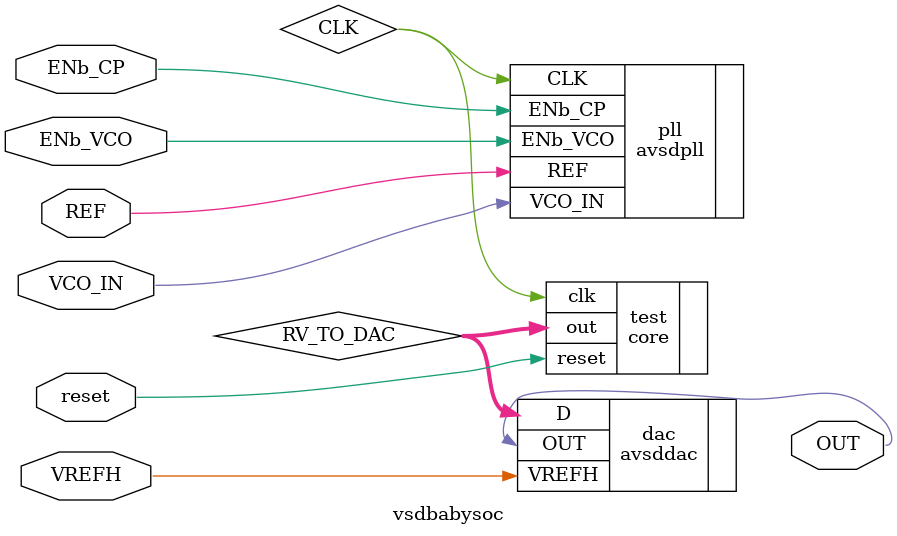
<source format=v>
module vsdbabysoc (
   output wire OUT,
   //
   input  wire reset,
   //
   input  wire VCO_IN,
   input  wire ENb_CP,
   input  wire ENb_VCO,
   input  wire REF,
   //
   // input  wire VREFL,
   input  wire VREFH
);

   wire CLK;
   wire [9:0] RV_TO_DAC;

   core test (
      .out(RV_TO_DAC),
      .clk(CLK),
      .reset(reset)
   );

   avsdpll pll (
      .CLK(CLK),
      .VCO_IN(VCO_IN),
      .ENb_CP(ENb_CP),
      .ENb_VCO(ENb_VCO),
      .REF(REF)
   );

   avsddac dac (
      .OUT(OUT),
      .D(RV_TO_DAC),
      // .VREFL(VREFL),
      .VREFH(VREFH)
   );
   
endmodule

</source>
